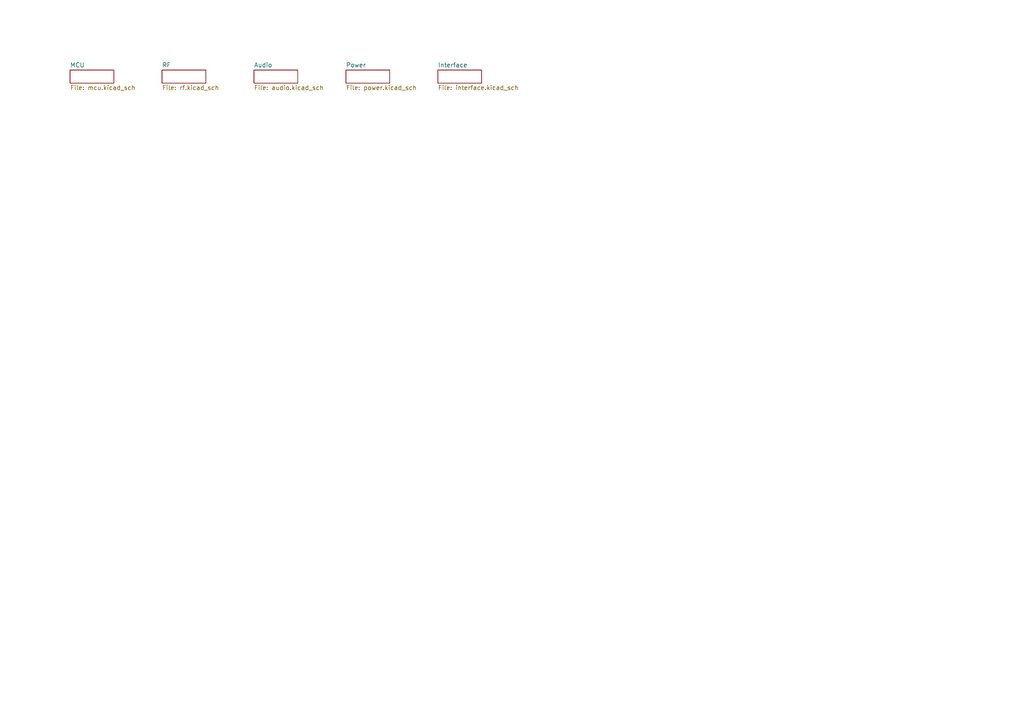
<source format=kicad_sch>
(kicad_sch (version 20211123) (generator eeschema)
  (paper "A4")
  (title_block (title "Mini17 - QRP M17 handheld") (date "2022-07-25") (rev "A") (company "M17 Project"))
  (lib_symbols)
  (sheet (at 73.66 20.32) (size 12.7 3.81) (stroke (width 0.1524))
    (property "Sheet name" "Audio" (at 73.66 19.6084 0) (effects (justify left bottom)))
    (property "Sheet file" "audio.kicad_sch" (at 73.66 24.7146 0) (effects (justify left top)))
  )
  (sheet (at 20.32 20.32) (size 12.7 3.81) (stroke (width 0.1524))
    (property "Sheet name" "MCU" (at 20.32 19.6084 0) (effects (justify left bottom)))
    (property "Sheet file" "mcu.kicad_sch" (at 20.32 24.7146 0) (effects (justify left top)))
  )
  (sheet (at 100.33 20.32) (size 12.7 3.81) (stroke (width 0.1524))
    (property "Sheet name" "Power" (at 100.33 19.6084 0) (effects (justify left bottom)))
    (property "Sheet file" "power.kicad_sch" (at 100.33 24.7146 0) (effects (justify left top)))
  )
  (sheet (at 127 20.32) (size 12.7 3.81) (stroke (width 0.1524))
    (property "Sheet name" "Interface" (at 127 19.6084 0) (effects (justify left bottom)))
    (property "Sheet file" "interface.kicad_sch" (at 127 24.7146 0) (effects (justify left top)))
  )
  (sheet (at 46.99 20.32) (size 12.7 3.81) (stroke (width 0.1524))
    (property "Sheet name" "RF" (at 46.99 19.6084 0) (effects (justify left bottom)))
    (property "Sheet file" "rf.kicad_sch" (at 46.99 24.7146 0) (effects (justify left top)))
  )
)
</source>
